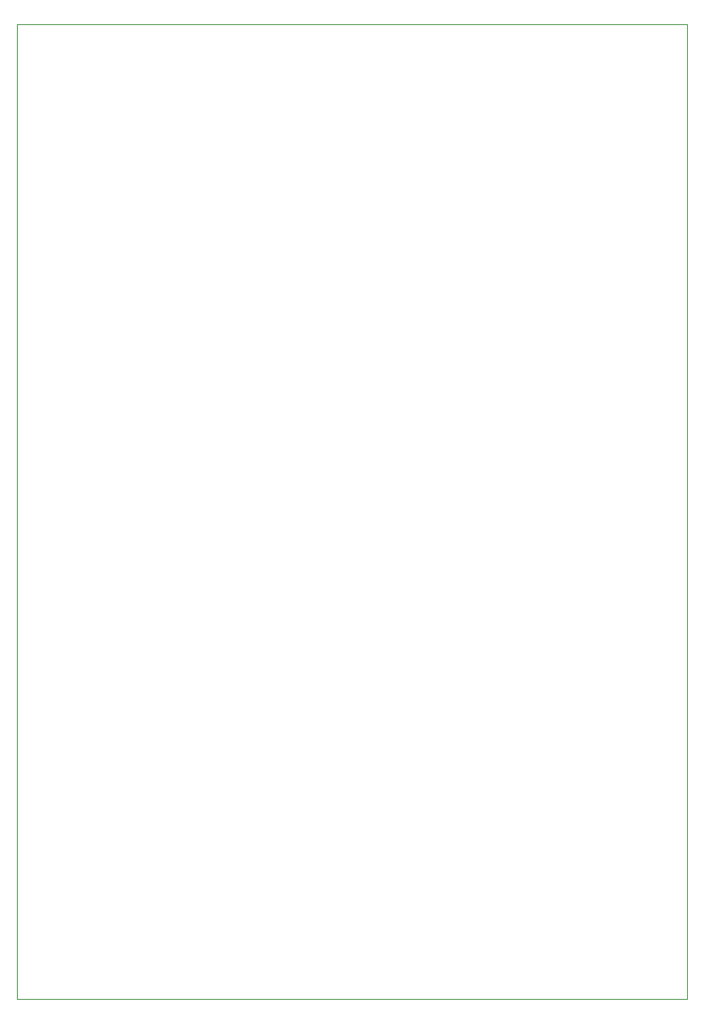
<source format=gbr>
%TF.GenerationSoftware,KiCad,Pcbnew,9.0.5*%
%TF.CreationDate,2025-11-09T15:59:44-08:00*%
%TF.ProjectId,Radio,52616469-6f2e-46b6-9963-61645f706362,rev?*%
%TF.SameCoordinates,Original*%
%TF.FileFunction,Profile,NP*%
%FSLAX46Y46*%
G04 Gerber Fmt 4.6, Leading zero omitted, Abs format (unit mm)*
G04 Created by KiCad (PCBNEW 9.0.5) date 2025-11-09 15:59:44*
%MOMM*%
%LPD*%
G01*
G04 APERTURE LIST*
%TA.AperFunction,Profile*%
%ADD10C,0.050000*%
%TD*%
G04 APERTURE END LIST*
D10*
X125500000Y-39250000D02*
X195750000Y-39250000D01*
X195750000Y-141500000D01*
X125500000Y-141500000D01*
X125500000Y-39250000D01*
M02*

</source>
